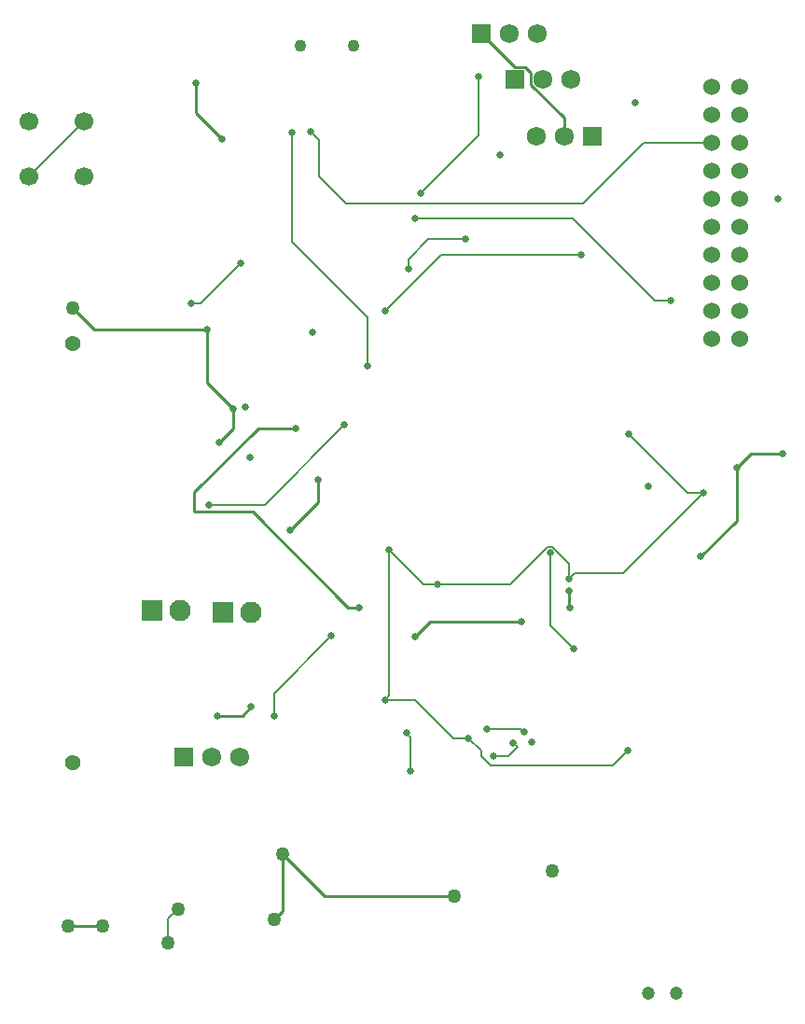
<source format=gbl>
G04*
G04 #@! TF.GenerationSoftware,Altium Limited,Altium Designer,18.1.9 (240)*
G04*
G04 Layer_Physical_Order=4*
G04 Layer_Color=16711680*
%FSAX24Y24*%
%MOIN*%
G70*
G01*
G75*
%ADD59C,0.0060*%
%ADD60C,0.0100*%
%ADD61R,0.0658X0.0658*%
%ADD62C,0.0679*%
%ADD63C,0.0600*%
%ADD64C,0.0472*%
%ADD65C,0.0669*%
%ADD66C,0.0433*%
%ADD67C,0.0561*%
%ADD68R,0.0743X0.0743*%
%ADD69C,0.0768*%
%ADD70C,0.0250*%
%ADD71C,0.0500*%
D59*
X022443Y044719D02*
X022760Y044402D01*
Y043116D02*
Y044402D01*
Y043116D02*
X023726Y042150D01*
X032192D01*
X034342Y044300D01*
X036795D01*
X029960Y023367D02*
X030068Y023260D01*
X028763Y023367D02*
X029960D01*
X025868Y023229D02*
X026018Y023079D01*
Y021871D02*
Y023079D01*
X026966Y028538D02*
X029585D01*
X026474D02*
X026966D01*
X031695Y028750D02*
Y029262D01*
X031156Y029801D02*
X031695Y029262D01*
X031156Y029801D02*
X031156D01*
X031087Y029870D02*
X031156Y029801D01*
X030917Y029870D02*
X031087D01*
X029585Y028538D02*
X030917Y029870D01*
X035923Y031813D02*
X036495D01*
X033813Y033923D02*
X035923Y031813D01*
X028431Y044571D02*
Y046670D01*
X026380Y042521D02*
X028431Y044571D01*
X026181Y041621D02*
X031800D01*
X034750Y038671D01*
X035309D01*
X025930Y039821D02*
Y040157D01*
X026644Y040871D01*
X027981D01*
X025107Y038300D02*
X027107Y040300D01*
X032100D01*
X018512Y038573D02*
X019942Y040004D01*
X018189Y038573D02*
X018512D01*
X024475Y036337D02*
Y038083D01*
X021767Y040791D02*
X024475Y038083D01*
X021767Y040791D02*
Y044676D01*
X012366Y043116D02*
X014334Y045084D01*
X020802Y031382D02*
X023652Y034232D01*
X018811Y031382D02*
X020802D01*
X031695Y028750D02*
X031871Y028927D01*
X033609D01*
X036495Y031813D01*
X025107Y024420D02*
X026188D01*
X027550Y023058D01*
X028095D01*
X025107Y024420D02*
X025250Y024562D01*
Y029763D01*
X026474Y028538D01*
X031002Y027087D02*
X031845Y026244D01*
X031002Y027087D02*
Y029665D01*
X033244Y022069D02*
X033795Y022620D01*
X028887Y022069D02*
X033244D01*
X028545Y022411D02*
X028887Y022069D01*
X028545Y022411D02*
Y022608D01*
X028095Y023058D02*
X028545Y022608D01*
X029687Y022891D02*
X029833Y022745D01*
X029502Y022413D02*
X029833Y022745D01*
X028995Y022413D02*
X029502D01*
X021136Y024644D02*
X023192Y026700D01*
X021136Y023850D02*
Y024644D01*
X017359Y016609D02*
X017700Y016950D01*
X017359Y015755D02*
Y016609D01*
D60*
X031695Y027723D02*
X031718Y027700D01*
X031695Y027723D02*
Y028323D01*
X020005Y023850D02*
X020328Y024173D01*
X019116Y023850D02*
X020005D01*
X021708Y030460D02*
X022708Y031460D01*
Y032270D01*
X023794Y027725D02*
X024193D01*
X020366Y031153D02*
X023794Y027725D01*
X018289Y031153D02*
X020366D01*
X028537Y048221D02*
X029762Y046995D01*
X030120D01*
X030310Y046805D01*
Y046384D02*
Y046805D01*
Y046384D02*
X031500Y045195D01*
Y044539D02*
Y045195D01*
X018750Y035748D02*
X019688Y034810D01*
X018750Y035748D02*
Y037650D01*
X019179Y033610D02*
X019688Y034119D01*
Y034810D01*
X013950Y038400D02*
X014700Y037650D01*
X018750D01*
X018334Y045380D02*
X019268Y044447D01*
X018334Y045380D02*
Y046457D01*
X013769Y016355D02*
X015000D01*
X021150Y016579D02*
X021437Y016865D01*
Y018900D01*
X022937Y017400D01*
X027587D01*
X020570Y034109D02*
X021922D01*
X018289Y031828D02*
X020570Y034109D01*
X018289Y031153D02*
Y031828D01*
X026186Y026671D02*
X026728Y027213D01*
X029984D01*
X036381Y029527D02*
X037672Y030818D01*
Y032696D01*
X038180Y033204D01*
X039300D01*
D61*
X017925Y022361D02*
D03*
X029750Y046567D02*
D03*
X032500Y044539D02*
D03*
X028537Y048221D02*
D03*
D62*
X018925Y022361D02*
D03*
X019925D02*
D03*
X030750Y046567D02*
D03*
X031750D02*
D03*
X030500Y044539D02*
D03*
X031500D02*
D03*
X030537Y048221D02*
D03*
X029537D02*
D03*
D63*
X036795Y037300D02*
D03*
X037795D02*
D03*
X036795Y038300D02*
D03*
X037795D02*
D03*
X036795Y039300D02*
D03*
X037795D02*
D03*
X036795Y040300D02*
D03*
X037795D02*
D03*
X036795Y041300D02*
D03*
X037795D02*
D03*
X036795Y042300D02*
D03*
X037795D02*
D03*
X036795Y043300D02*
D03*
X037795D02*
D03*
X036795Y044300D02*
D03*
X037795D02*
D03*
X036795Y045300D02*
D03*
X037795D02*
D03*
X036795Y046300D02*
D03*
X037795D02*
D03*
D64*
X034522Y013950D02*
D03*
X035522D02*
D03*
D65*
X014334Y043116D02*
D03*
Y045084D02*
D03*
X012366D02*
D03*
Y043116D02*
D03*
D66*
X022064Y047771D02*
D03*
X023985D02*
D03*
D67*
X013950Y022187D02*
D03*
Y037148D02*
D03*
D68*
X016793Y027600D02*
D03*
X019300Y027533D02*
D03*
D69*
X017793Y027600D02*
D03*
X020300Y027533D02*
D03*
D70*
X031695Y028323D02*
D03*
X031718Y027700D02*
D03*
X020328Y024173D02*
D03*
X020115Y034876D02*
D03*
X030068Y023260D02*
D03*
X028763Y023367D02*
D03*
X025868Y023229D02*
D03*
X026018Y021871D02*
D03*
X021708Y030460D02*
D03*
X022708Y032270D02*
D03*
X019179Y033610D02*
D03*
X019688Y034810D02*
D03*
X019268Y044447D02*
D03*
X024193Y027725D02*
D03*
X026186Y026671D02*
D03*
X029984Y027213D02*
D03*
X026966Y028538D02*
D03*
X033813Y033923D02*
D03*
X026380Y042521D02*
D03*
X028431Y046670D02*
D03*
X029222Y043871D02*
D03*
X035309Y038671D02*
D03*
X026181Y041621D02*
D03*
X027981Y040871D02*
D03*
X025930Y039821D02*
D03*
X032100Y040300D02*
D03*
X025107Y038300D02*
D03*
X039150Y042300D02*
D03*
X022443Y044719D02*
D03*
X019942Y040004D02*
D03*
X018189Y038573D02*
D03*
X021767Y044676D02*
D03*
X024475Y036337D02*
D03*
X022527Y037527D02*
D03*
X018750Y037650D02*
D03*
X018334Y046457D02*
D03*
X021922Y034109D02*
D03*
X018811Y031382D02*
D03*
X023652Y034232D02*
D03*
X034050Y045750D02*
D03*
X020270Y033083D02*
D03*
X039300Y033204D02*
D03*
X037672Y032696D02*
D03*
X034522Y032035D02*
D03*
X036495Y031813D02*
D03*
X030345Y022920D02*
D03*
X029687Y022891D02*
D03*
X036381Y029527D02*
D03*
X033795Y022620D02*
D03*
X028095Y023058D02*
D03*
X025250Y029763D02*
D03*
X031845Y026244D02*
D03*
X031695Y028750D02*
D03*
X031002Y029665D02*
D03*
X028995Y022413D02*
D03*
X025107Y024420D02*
D03*
X023192Y026700D02*
D03*
X021136Y023850D02*
D03*
X019116D02*
D03*
D71*
X021437Y018900D02*
D03*
X017700Y016950D02*
D03*
X017359Y015755D02*
D03*
X021150Y016579D02*
D03*
X031081Y018305D02*
D03*
X027587Y017400D02*
D03*
X013950Y038400D02*
D03*
X015000Y016355D02*
D03*
X013769D02*
D03*
M02*

</source>
